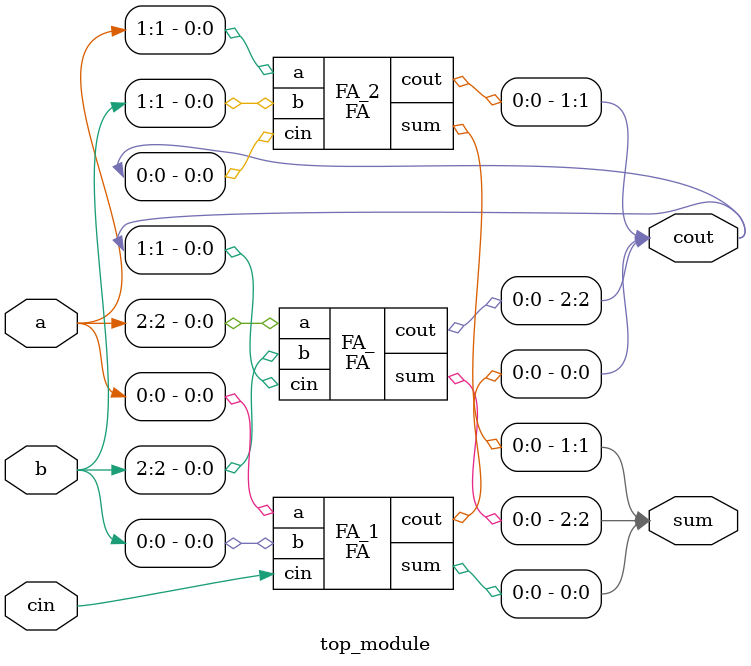
<source format=v>
module FA (
    input [0:0] a, b, cin,
    output [0:0] sum, cout);
    
	assign cout = a&b | a&cin | b&cin;
    assign sum = a^b^cin;
    
endmodule

module top_module( 
    input [2:0] a, b,
    input cin,
    output [2:0] cout,
    output [2:0] sum );
    
    //wire cout1, cout2, cout3;

    FA FA_1(.a(a[0]), .b(b[0]), .cin(cin), .cout(cout[0]), .sum(sum[0]));
    FA FA_2(.a(a[1]), .b(b[1]), .cin(cout[0]), .cout(cout[1]), .sum(sum[1]));
    FA FA_(.a(a[2]), .b(b[2]), .cin(cout[1]), .cout(cout[2]), .sum(sum[2]));
    
    
endmodule


</source>
